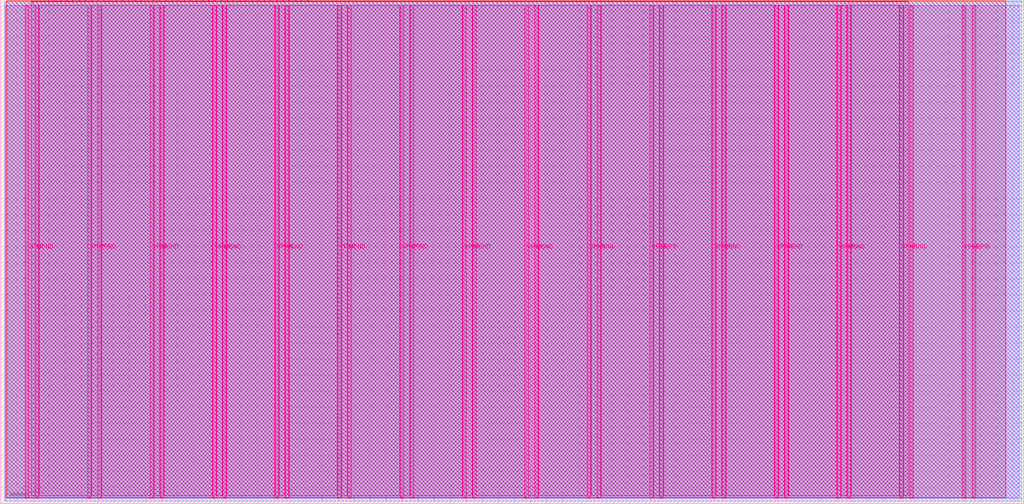
<source format=lef>
VERSION 5.7 ;
  NOWIREEXTENSIONATPIN ON ;
  DIVIDERCHAR "/" ;
  BUSBITCHARS "[]" ;
MACRO tt_um_MichaelBell_tinyQV
  CLASS BLOCK ;
  FOREIGN tt_um_MichaelBell_tinyQV ;
  ORIGIN 0.000 0.000 ;
  SIZE 636.960 BY 313.740 ;
  PIN VGND
    DIRECTION INOUT ;
    USE GROUND ;
    PORT
      LAYER Metal5 ;
        RECT 21.580 3.560 23.780 310.180 ;
    END
    PORT
      LAYER Metal5 ;
        RECT 60.450 3.560 62.650 310.180 ;
    END
    PORT
      LAYER Metal5 ;
        RECT 99.320 3.560 101.520 310.180 ;
    END
    PORT
      LAYER Metal5 ;
        RECT 138.190 3.560 140.390 310.180 ;
    END
    PORT
      LAYER Metal5 ;
        RECT 177.060 3.560 179.260 310.180 ;
    END
    PORT
      LAYER Metal5 ;
        RECT 215.930 3.560 218.130 310.180 ;
    END
    PORT
      LAYER Metal5 ;
        RECT 254.800 3.560 257.000 310.180 ;
    END
    PORT
      LAYER Metal5 ;
        RECT 293.670 3.560 295.870 310.180 ;
    END
    PORT
      LAYER Metal5 ;
        RECT 332.540 3.560 334.740 310.180 ;
    END
    PORT
      LAYER Metal5 ;
        RECT 371.410 3.560 373.610 310.180 ;
    END
    PORT
      LAYER Metal5 ;
        RECT 410.280 3.560 412.480 310.180 ;
    END
    PORT
      LAYER Metal5 ;
        RECT 449.150 3.560 451.350 310.180 ;
    END
    PORT
      LAYER Metal5 ;
        RECT 488.020 3.560 490.220 310.180 ;
    END
    PORT
      LAYER Metal5 ;
        RECT 526.890 3.560 529.090 310.180 ;
    END
    PORT
      LAYER Metal5 ;
        RECT 565.760 3.560 567.960 310.180 ;
    END
    PORT
      LAYER Metal5 ;
        RECT 604.630 3.560 606.830 310.180 ;
    END
  END VGND
  PIN VPWR
    DIRECTION INOUT ;
    USE POWER ;
    PORT
      LAYER Metal5 ;
        RECT 15.380 3.560 17.580 310.180 ;
    END
    PORT
      LAYER Metal5 ;
        RECT 54.250 3.560 56.450 310.180 ;
    END
    PORT
      LAYER Metal5 ;
        RECT 93.120 3.560 95.320 310.180 ;
    END
    PORT
      LAYER Metal5 ;
        RECT 131.990 3.560 134.190 310.180 ;
    END
    PORT
      LAYER Metal5 ;
        RECT 170.860 3.560 173.060 310.180 ;
    END
    PORT
      LAYER Metal5 ;
        RECT 209.730 3.560 211.930 310.180 ;
    END
    PORT
      LAYER Metal5 ;
        RECT 248.600 3.560 250.800 310.180 ;
    END
    PORT
      LAYER Metal5 ;
        RECT 287.470 3.560 289.670 310.180 ;
    END
    PORT
      LAYER Metal5 ;
        RECT 326.340 3.560 328.540 310.180 ;
    END
    PORT
      LAYER Metal5 ;
        RECT 365.210 3.560 367.410 310.180 ;
    END
    PORT
      LAYER Metal5 ;
        RECT 404.080 3.560 406.280 310.180 ;
    END
    PORT
      LAYER Metal5 ;
        RECT 442.950 3.560 445.150 310.180 ;
    END
    PORT
      LAYER Metal5 ;
        RECT 481.820 3.560 484.020 310.180 ;
    END
    PORT
      LAYER Metal5 ;
        RECT 520.690 3.560 522.890 310.180 ;
    END
    PORT
      LAYER Metal5 ;
        RECT 559.560 3.560 561.760 310.180 ;
    END
    PORT
      LAYER Metal5 ;
        RECT 598.430 3.560 600.630 310.180 ;
    END
  END VPWR
  PIN clk
    DIRECTION INPUT ;
    USE SIGNAL ;
    ANTENNAGATEAREA 1.450800 ;
    PORT
      LAYER Metal5 ;
        RECT 187.050 312.740 187.350 313.740 ;
    END
  END clk
  PIN ena
    DIRECTION INPUT ;
    USE SIGNAL ;
    PORT
      LAYER Metal5 ;
        RECT 190.890 312.740 191.190 313.740 ;
    END
  END ena
  PIN rst_n
    DIRECTION INPUT ;
    USE SIGNAL ;
    ANTENNAGATEAREA 0.213200 ;
    PORT
      LAYER Metal5 ;
        RECT 183.210 312.740 183.510 313.740 ;
    END
  END rst_n
  PIN ui_in[0]
    DIRECTION INPUT ;
    USE SIGNAL ;
    ANTENNAGATEAREA 0.314600 ;
    PORT
      LAYER Metal5 ;
        RECT 179.370 312.740 179.670 313.740 ;
    END
  END ui_in[0]
  PIN ui_in[1]
    DIRECTION INPUT ;
    USE SIGNAL ;
    ANTENNAGATEAREA 0.314600 ;
    PORT
      LAYER Metal5 ;
        RECT 175.530 312.740 175.830 313.740 ;
    END
  END ui_in[1]
  PIN ui_in[2]
    DIRECTION INPUT ;
    USE SIGNAL ;
    ANTENNAGATEAREA 0.213200 ;
    PORT
      LAYER Metal5 ;
        RECT 171.690 312.740 171.990 313.740 ;
    END
  END ui_in[2]
  PIN ui_in[3]
    DIRECTION INPUT ;
    USE SIGNAL ;
    ANTENNAGATEAREA 0.314600 ;
    PORT
      LAYER Metal5 ;
        RECT 167.850 312.740 168.150 313.740 ;
    END
  END ui_in[3]
  PIN ui_in[4]
    DIRECTION INPUT ;
    USE SIGNAL ;
    ANTENNAGATEAREA 0.314600 ;
    PORT
      LAYER Metal5 ;
        RECT 164.010 312.740 164.310 313.740 ;
    END
  END ui_in[4]
  PIN ui_in[5]
    DIRECTION INPUT ;
    USE SIGNAL ;
    ANTENNAGATEAREA 0.314600 ;
    PORT
      LAYER Metal5 ;
        RECT 160.170 312.740 160.470 313.740 ;
    END
  END ui_in[5]
  PIN ui_in[6]
    DIRECTION INPUT ;
    USE SIGNAL ;
    ANTENNAGATEAREA 0.314600 ;
    PORT
      LAYER Metal5 ;
        RECT 156.330 312.740 156.630 313.740 ;
    END
  END ui_in[6]
  PIN ui_in[7]
    DIRECTION INPUT ;
    USE SIGNAL ;
    ANTENNAGATEAREA 0.180700 ;
    PORT
      LAYER Metal5 ;
        RECT 152.490 312.740 152.790 313.740 ;
    END
  END ui_in[7]
  PIN uio_in[0]
    DIRECTION INPUT ;
    USE SIGNAL ;
    PORT
      LAYER Metal5 ;
        RECT 148.650 312.740 148.950 313.740 ;
    END
  END uio_in[0]
  PIN uio_in[1]
    DIRECTION INPUT ;
    USE SIGNAL ;
    ANTENNAGATEAREA 0.213200 ;
    PORT
      LAYER Metal5 ;
        RECT 144.810 312.740 145.110 313.740 ;
    END
  END uio_in[1]
  PIN uio_in[2]
    DIRECTION INPUT ;
    USE SIGNAL ;
    ANTENNAGATEAREA 0.213200 ;
    PORT
      LAYER Metal5 ;
        RECT 140.970 312.740 141.270 313.740 ;
    END
  END uio_in[2]
  PIN uio_in[3]
    DIRECTION INPUT ;
    USE SIGNAL ;
    PORT
      LAYER Metal5 ;
        RECT 137.130 312.740 137.430 313.740 ;
    END
  END uio_in[3]
  PIN uio_in[4]
    DIRECTION INPUT ;
    USE SIGNAL ;
    ANTENNAGATEAREA 0.213200 ;
    PORT
      LAYER Metal5 ;
        RECT 133.290 312.740 133.590 313.740 ;
    END
  END uio_in[4]
  PIN uio_in[5]
    DIRECTION INPUT ;
    USE SIGNAL ;
    ANTENNAGATEAREA 0.213200 ;
    PORT
      LAYER Metal5 ;
        RECT 129.450 312.740 129.750 313.740 ;
    END
  END uio_in[5]
  PIN uio_in[6]
    DIRECTION INPUT ;
    USE SIGNAL ;
    PORT
      LAYER Metal5 ;
        RECT 125.610 312.740 125.910 313.740 ;
    END
  END uio_in[6]
  PIN uio_in[7]
    DIRECTION INPUT ;
    USE SIGNAL ;
    PORT
      LAYER Metal5 ;
        RECT 121.770 312.740 122.070 313.740 ;
    END
  END uio_in[7]
  PIN uio_oe[0]
    DIRECTION OUTPUT ;
    USE SIGNAL ;
    ANTENNADIFFAREA 0.706800 ;
    PORT
      LAYER Metal5 ;
        RECT 56.490 312.740 56.790 313.740 ;
    END
  END uio_oe[0]
  PIN uio_oe[1]
    DIRECTION OUTPUT ;
    USE SIGNAL ;
    ANTENNADIFFAREA 0.706800 ;
    PORT
      LAYER Metal5 ;
        RECT 52.650 312.740 52.950 313.740 ;
    END
  END uio_oe[1]
  PIN uio_oe[2]
    DIRECTION OUTPUT ;
    USE SIGNAL ;
    ANTENNADIFFAREA 0.706800 ;
    PORT
      LAYER Metal5 ;
        RECT 48.810 312.740 49.110 313.740 ;
    END
  END uio_oe[2]
  PIN uio_oe[3]
    DIRECTION OUTPUT ;
    USE SIGNAL ;
    ANTENNADIFFAREA 0.706800 ;
    PORT
      LAYER Metal5 ;
        RECT 44.970 312.740 45.270 313.740 ;
    END
  END uio_oe[3]
  PIN uio_oe[4]
    DIRECTION OUTPUT ;
    USE SIGNAL ;
    ANTENNADIFFAREA 0.706800 ;
    PORT
      LAYER Metal5 ;
        RECT 41.130 312.740 41.430 313.740 ;
    END
  END uio_oe[4]
  PIN uio_oe[5]
    DIRECTION OUTPUT ;
    USE SIGNAL ;
    ANTENNAGATEAREA 0.639600 ;
    ANTENNADIFFAREA 0.706800 ;
    PORT
      LAYER Metal5 ;
        RECT 37.290 312.740 37.590 313.740 ;
    END
  END uio_oe[5]
  PIN uio_oe[6]
    DIRECTION OUTPUT ;
    USE SIGNAL ;
    ANTENNADIFFAREA 0.706800 ;
    PORT
      LAYER Metal5 ;
        RECT 33.450 312.740 33.750 313.740 ;
    END
  END uio_oe[6]
  PIN uio_oe[7]
    DIRECTION OUTPUT ;
    USE SIGNAL ;
    ANTENNADIFFAREA 0.706800 ;
    PORT
      LAYER Metal5 ;
        RECT 29.610 312.740 29.910 313.740 ;
    END
  END uio_oe[7]
  PIN uio_out[0]
    DIRECTION OUTPUT ;
    USE SIGNAL ;
    ANTENNAGATEAREA 0.630000 ;
    ANTENNADIFFAREA 0.632400 ;
    PORT
      LAYER Metal5 ;
        RECT 87.210 312.740 87.510 313.740 ;
    END
  END uio_out[0]
  PIN uio_out[1]
    DIRECTION OUTPUT ;
    USE SIGNAL ;
    ANTENNADIFFAREA 0.988000 ;
    PORT
      LAYER Metal5 ;
        RECT 83.370 312.740 83.670 313.740 ;
    END
  END uio_out[1]
  PIN uio_out[2]
    DIRECTION OUTPUT ;
    USE SIGNAL ;
    ANTENNADIFFAREA 1.135700 ;
    PORT
      LAYER Metal5 ;
        RECT 79.530 312.740 79.830 313.740 ;
    END
  END uio_out[2]
  PIN uio_out[3]
    DIRECTION OUTPUT ;
    USE SIGNAL ;
    ANTENNADIFFAREA 0.677200 ;
    PORT
      LAYER Metal5 ;
        RECT 75.690 312.740 75.990 313.740 ;
    END
  END uio_out[3]
  PIN uio_out[4]
    DIRECTION OUTPUT ;
    USE SIGNAL ;
    ANTENNADIFFAREA 1.124800 ;
    PORT
      LAYER Metal5 ;
        RECT 71.850 312.740 72.150 313.740 ;
    END
  END uio_out[4]
  PIN uio_out[5]
    DIRECTION OUTPUT ;
    USE SIGNAL ;
    ANTENNADIFFAREA 1.135700 ;
    PORT
      LAYER Metal5 ;
        RECT 68.010 312.740 68.310 313.740 ;
    END
  END uio_out[5]
  PIN uio_out[6]
    DIRECTION OUTPUT ;
    USE SIGNAL ;
    ANTENNAGATEAREA 3.759600 ;
    ANTENNADIFFAREA 12.724800 ;
    PORT
      LAYER Metal5 ;
        RECT 64.170 312.740 64.470 313.740 ;
    END
  END uio_out[6]
  PIN uio_out[7]
    DIRECTION OUTPUT ;
    USE SIGNAL ;
    ANTENNADIFFAREA 1.023000 ;
    PORT
      LAYER Metal5 ;
        RECT 60.330 312.740 60.630 313.740 ;
    END
  END uio_out[7]
  PIN uo_out[0]
    DIRECTION OUTPUT ;
    USE SIGNAL ;
    ANTENNAGATEAREA 0.241800 ;
    ANTENNADIFFAREA 1.023000 ;
    PORT
      LAYER Metal5 ;
        RECT 117.930 312.740 118.230 313.740 ;
    END
  END uo_out[0]
  PIN uo_out[1]
    DIRECTION OUTPUT ;
    USE SIGNAL ;
    ANTENNAGATEAREA 0.241800 ;
    ANTENNADIFFAREA 1.023000 ;
    PORT
      LAYER Metal5 ;
        RECT 114.090 312.740 114.390 313.740 ;
    END
  END uo_out[1]
  PIN uo_out[2]
    DIRECTION OUTPUT ;
    USE SIGNAL ;
    ANTENNAGATEAREA 0.241800 ;
    ANTENNADIFFAREA 1.023000 ;
    PORT
      LAYER Metal5 ;
        RECT 110.250 312.740 110.550 313.740 ;
    END
  END uo_out[2]
  PIN uo_out[3]
    DIRECTION OUTPUT ;
    USE SIGNAL ;
    ANTENNAGATEAREA 0.241800 ;
    ANTENNADIFFAREA 1.023000 ;
    PORT
      LAYER Metal5 ;
        RECT 106.410 312.740 106.710 313.740 ;
    END
  END uo_out[3]
  PIN uo_out[4]
    DIRECTION OUTPUT ;
    USE SIGNAL ;
    ANTENNAGATEAREA 0.241800 ;
    ANTENNADIFFAREA 1.023000 ;
    PORT
      LAYER Metal5 ;
        RECT 102.570 312.740 102.870 313.740 ;
    END
  END uo_out[4]
  PIN uo_out[5]
    DIRECTION OUTPUT ;
    USE SIGNAL ;
    ANTENNAGATEAREA 0.241800 ;
    ANTENNADIFFAREA 1.023000 ;
    PORT
      LAYER Metal5 ;
        RECT 98.730 312.740 99.030 313.740 ;
    END
  END uo_out[5]
  PIN uo_out[6]
    DIRECTION OUTPUT ;
    USE SIGNAL ;
    ANTENNAGATEAREA 0.241800 ;
    ANTENNADIFFAREA 1.008100 ;
    PORT
      LAYER Metal5 ;
        RECT 94.890 312.740 95.190 313.740 ;
    END
  END uo_out[6]
  PIN uo_out[7]
    DIRECTION OUTPUT ;
    USE SIGNAL ;
    ANTENNADIFFAREA 1.124800 ;
    PORT
      LAYER Metal5 ;
        RECT 91.050 312.740 91.350 313.740 ;
    END
  END uo_out[7]
  OBS
      LAYER GatPoly ;
        RECT 2.880 3.630 634.080 310.110 ;
      LAYER Metal1 ;
        RECT 2.880 3.560 634.080 310.180 ;
      LAYER Metal2 ;
        RECT 2.605 1.580 635.665 312.580 ;
      LAYER Metal3 ;
        RECT 3.260 1.535 635.620 313.045 ;
      LAYER Metal4 ;
        RECT 3.695 3.680 625.585 313.000 ;
      LAYER Metal5 ;
        RECT 19.100 312.530 29.400 312.740 ;
        RECT 30.120 312.530 33.240 312.740 ;
        RECT 33.960 312.530 37.080 312.740 ;
        RECT 37.800 312.530 40.920 312.740 ;
        RECT 41.640 312.530 44.760 312.740 ;
        RECT 45.480 312.530 48.600 312.740 ;
        RECT 49.320 312.530 52.440 312.740 ;
        RECT 53.160 312.530 56.280 312.740 ;
        RECT 57.000 312.530 60.120 312.740 ;
        RECT 60.840 312.530 63.960 312.740 ;
        RECT 64.680 312.530 67.800 312.740 ;
        RECT 68.520 312.530 71.640 312.740 ;
        RECT 72.360 312.530 75.480 312.740 ;
        RECT 76.200 312.530 79.320 312.740 ;
        RECT 80.040 312.530 83.160 312.740 ;
        RECT 83.880 312.530 87.000 312.740 ;
        RECT 87.720 312.530 90.840 312.740 ;
        RECT 91.560 312.530 94.680 312.740 ;
        RECT 95.400 312.530 98.520 312.740 ;
        RECT 99.240 312.530 102.360 312.740 ;
        RECT 103.080 312.530 106.200 312.740 ;
        RECT 106.920 312.530 110.040 312.740 ;
        RECT 110.760 312.530 113.880 312.740 ;
        RECT 114.600 312.530 117.720 312.740 ;
        RECT 118.440 312.530 121.560 312.740 ;
        RECT 122.280 312.530 125.400 312.740 ;
        RECT 126.120 312.530 129.240 312.740 ;
        RECT 129.960 312.530 133.080 312.740 ;
        RECT 133.800 312.530 136.920 312.740 ;
        RECT 137.640 312.530 140.760 312.740 ;
        RECT 141.480 312.530 144.600 312.740 ;
        RECT 145.320 312.530 148.440 312.740 ;
        RECT 149.160 312.530 152.280 312.740 ;
        RECT 153.000 312.530 156.120 312.740 ;
        RECT 156.840 312.530 159.960 312.740 ;
        RECT 160.680 312.530 163.800 312.740 ;
        RECT 164.520 312.530 167.640 312.740 ;
        RECT 168.360 312.530 171.480 312.740 ;
        RECT 172.200 312.530 175.320 312.740 ;
        RECT 176.040 312.530 179.160 312.740 ;
        RECT 179.880 312.530 183.000 312.740 ;
        RECT 183.720 312.530 186.840 312.740 ;
        RECT 187.560 312.530 190.680 312.740 ;
        RECT 191.400 312.530 565.060 312.740 ;
        RECT 19.100 310.390 565.060 312.530 ;
        RECT 19.100 4.895 21.370 310.390 ;
        RECT 23.990 4.895 54.040 310.390 ;
        RECT 56.660 4.895 60.240 310.390 ;
        RECT 62.860 4.895 92.910 310.390 ;
        RECT 95.530 4.895 99.110 310.390 ;
        RECT 101.730 4.895 131.780 310.390 ;
        RECT 134.400 4.895 137.980 310.390 ;
        RECT 140.600 4.895 170.650 310.390 ;
        RECT 173.270 4.895 176.850 310.390 ;
        RECT 179.470 4.895 209.520 310.390 ;
        RECT 212.140 4.895 215.720 310.390 ;
        RECT 218.340 4.895 248.390 310.390 ;
        RECT 251.010 4.895 254.590 310.390 ;
        RECT 257.210 4.895 287.260 310.390 ;
        RECT 289.880 4.895 293.460 310.390 ;
        RECT 296.080 4.895 326.130 310.390 ;
        RECT 328.750 4.895 332.330 310.390 ;
        RECT 334.950 4.895 365.000 310.390 ;
        RECT 367.620 4.895 371.200 310.390 ;
        RECT 373.820 4.895 403.870 310.390 ;
        RECT 406.490 4.895 410.070 310.390 ;
        RECT 412.690 4.895 442.740 310.390 ;
        RECT 445.360 4.895 448.940 310.390 ;
        RECT 451.560 4.895 481.610 310.390 ;
        RECT 484.230 4.895 487.810 310.390 ;
        RECT 490.430 4.895 520.480 310.390 ;
        RECT 523.100 4.895 526.680 310.390 ;
        RECT 529.300 4.895 559.350 310.390 ;
        RECT 561.970 4.895 565.060 310.390 ;
  END
END tt_um_MichaelBell_tinyQV
END LIBRARY


</source>
